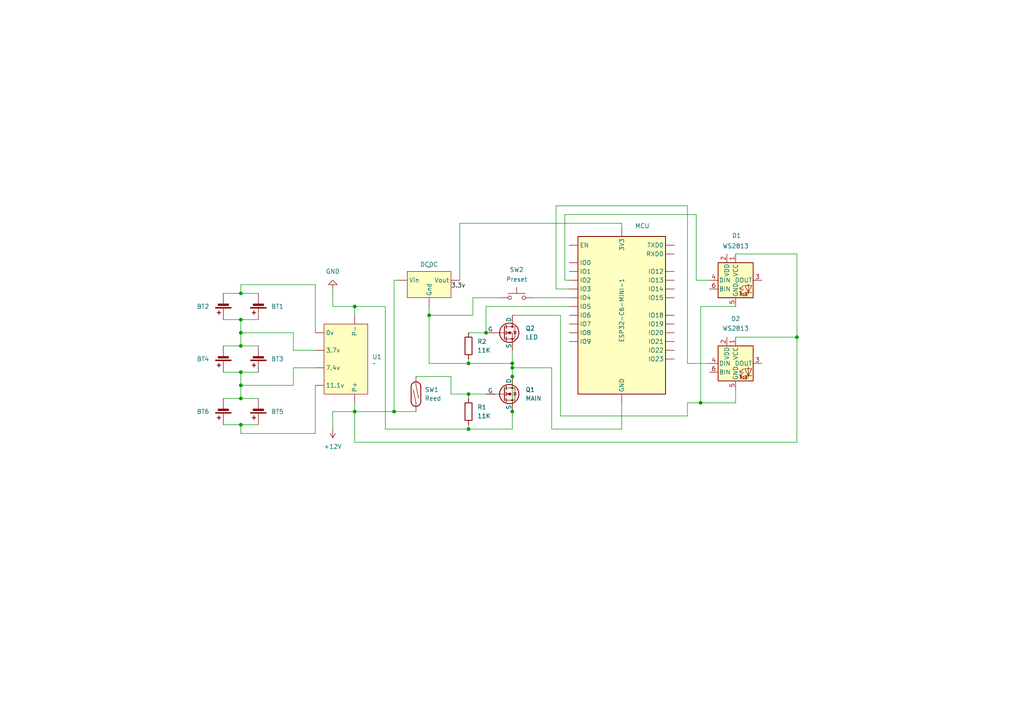
<source format=kicad_sch>
(kicad_sch (version 20231120) (generator "eeschema") (generator_version "8.0")
  (paper "A4")
  (title_block (title "Lysrør") (rev "1") (company "Orangemakers") (comment 1 "Christian Pedersen"))
  (lib_symbols
    (symbol "AliExpress:Buck_Converter"
      (property "Reference" "U" (at 0 5.08 0))
      (symbol "Buck_Converter_1_1"
        (rectangle (start -6.35 3.81) (end 6.35 -3.81) (fill (type background)))
        (pin power_in line (at 0 -6.35 90) (length 2.54) (name "Gnd") (number ""))
        (pin power_in line (at -8.89 1.27 0) (length 2.54) (name "Vin") (number ""))
        (pin power_out line (at 8.89 1.27 180) (length 2.54) (name "Vout") (number ""))
      )
    )
    (symbol "BMS_Modules:HX-S3-03"
      (property "Reference" "U" (at 0 12.7 0))
      (symbol "HX-S3-03_1_1"
        (rectangle (start -6.35 10.16) (end 6.35 -10.16) (fill (type background)))
        (pin bidirectional line (at 8.89 -7.62 180) (length 2.54) (name "0v") (number ""))
        (pin bidirectional line (at 8.89 7.62 180) (length 2.54) (name "11.1v") (number ""))
        (pin bidirectional line (at 8.89 -2.54 180) (length 2.54) (name "3.7v") (number ""))
        (pin bidirectional line (at 8.89 2.54 180) (length 2.54) (name "7.4v") (number ""))
        (pin bidirectional line (at -2.54 12.7 270) (length 2.54) (name "P+") (number ""))
        (pin bidirectional line (at -2.54 -12.7 90) (length 2.54) (name "P-") (number ""))
      )
    )
    (symbol "Device:Battery_Cell" (pin_numbers hide) (pin_names (offset 0) hide)
      (property "Reference" "BT" (at 2.54 2.54 0))
      (property "Value" "Battery_Cell" (at 2.54 0 0))
      (symbol "Battery_Cell_0_1"
        (rectangle (start -2.286 1.778) (end 2.286 1.524) (fill (type outline)))
        (rectangle (start -1.524 1.016) (end 1.524 0.508) (fill (type outline)))
        (polyline (pts (xy 0 0.762) (xy 0 0)))
        (polyline (pts (xy 0 1.778) (xy 0 2.54)))
        (polyline (pts (xy 0.762 3.048) (xy 1.778 3.048)) (stroke (width 0.254)))
        (polyline (pts (xy 1.27 3.556) (xy 1.27 2.54)) (stroke (width 0.254)))
      )
      (symbol "Battery_Cell_1_1"
        (pin passive line (at 0 5.08 270) (length 2.54) (name "+") (number "1"))
        (pin passive line (at 0 -2.54 90) (length 2.54) (name "-") (number "2"))
      )
    )
    (symbol "Device:R" (pin_numbers hide) (pin_names (offset 0))
      (property "Reference" "R" (at 2.032 0 90))
      (property "Value" "R" (at 0 0 90))
      (symbol "R_0_1"
        (rectangle (start -1.016 -2.54) (end 1.016 2.54) (stroke (width 0.254)))
      )
      (symbol "R_1_1"
        (pin passive line (at 0 3.81 270) (length 1.27) (name "~") (number "1"))
        (pin passive line (at 0 -3.81 90) (length 1.27) (name "~") (number "2"))
      )
    )
    (symbol "LED:WS2813" (pin_names (offset 0.254))
      (property "Reference" "D" (at 5.08 5.715 0))
      (property "Value" "WS2813" (at 1.27 -5.715 0))
      (symbol "WS2813_0_0"
        (text "RGB" (at 2.286 -4.191 0) (effects (font (size 0.762 0.762))))
      )
      (symbol "WS2813_0_1"
        (polyline (pts (xy 1.27 -3.556) (xy 1.778 -3.556)))
        (polyline (pts (xy 1.27 -2.54) (xy 1.778 -2.54)))
        (polyline (pts (xy 4.699 -3.556) (xy 2.667 -3.556)))
        (polyline (pts (xy 2.286 -2.54) (xy 1.27 -3.556) (xy 1.27 -3.048)))
        (polyline (pts (xy 2.286 -1.524) (xy 1.27 -2.54) (xy 1.27 -2.032)))
        (polyline (pts (xy 3.683 -1.016) (xy 3.683 -3.556) (xy 3.683 -4.064)))
        (polyline (pts (xy 4.699 -1.524) (xy 2.667 -1.524) (xy 3.683 -3.556) (xy 4.699 -1.524)))
        (rectangle (start 5.08 5.08) (end -5.08 -5.08) (stroke (width 0.254)) (fill (type background)))
      )
      (symbol "WS2813_1_1"
        (pin power_in line (at 0 7.62 270) (length 2.54) (name "VCC") (number "1"))
        (pin power_in line (at -2.54 7.62 270) (length 2.54) (name "VDD") (number "2"))
        (pin output line (at 7.62 0 180) (length 2.54) (name "DOUT") (number "3"))
        (pin input line (at -7.62 0 0) (length 2.54) (name "DIN") (number "4"))
        (pin power_in line (at 0 -7.62 90) (length 2.54) (name "GND") (number "5"))
        (pin input line (at -7.62 -2.54 0) (length 2.54) (name "BIN") (number "6"))
      )
    )
    (symbol "RF_Module:ESP32-C6-MINI-1" (pin_numbers hide)
      (property "Reference" "U" (at -11.43 24.13 0))
      (property "Value" "ESP32-C6-MINI-1" (at 12.7 24.13 0))
      (symbol "ESP32-C6-MINI-1_0_1"
        (rectangle (start -12.7 22.86) (end 12.7 -22.86) (stroke (width 0.254)) (fill (type background)))
      )
      (symbol "ESP32-C6-MINI-1_1_1"
        (pin power_in line (at 0 -25.4 90) (length 2.54) (name "GND") (number "1"))
        (pin bidirectional line (at -15.24 2.54 0) (length 2.54) (name "IO5") (number "10"))
        (pin passive line (at 0 -25.4 90) (length 2.54) hide (name "GND") (number "11"))
        (pin bidirectional line (at -15.24 15.24 0) (length 2.54) (name "IO0") (number "12"))
        (pin bidirectional line (at -15.24 12.7 0) (length 2.54) (name "IO1") (number "13"))
        (pin passive line (at 0 -25.4 90) (length 2.54) hide (name "GND") (number "14"))
        (pin bidirectional line (at -15.24 0 0) (length 2.54) (name "IO6") (number "15"))
        (pin bidirectional line (at -15.24 -2.54 0) (length 2.54) (name "IO7") (number "16"))
        (pin bidirectional line (at 15.24 12.7 180) (length 2.54) (name "IO12") (number "17"))
        (pin bidirectional line (at 15.24 10.16 180) (length 2.54) (name "IO13") (number "18"))
        (pin bidirectional line (at 15.24 7.62 180) (length 2.54) (name "IO14") (number "19"))
        (pin passive line (at 0 -25.4 90) (length 2.54) hide (name "GND") (number "2"))
        (pin bidirectional line (at 15.24 5.08 180) (length 2.54) (name "IO15") (number "20"))
        (pin no_connect line (at 12.7 -20.32 180) (length 2.54) hide (name "NC") (number "21"))
        (pin bidirectional line (at -15.24 -5.08 0) (length 2.54) (name "IO8") (number "22"))
        (pin bidirectional line (at -15.24 -7.62 0) (length 2.54) (name "IO9") (number "23"))
        (pin bidirectional line (at 15.24 0 180) (length 2.54) (name "IO18") (number "24"))
        (pin bidirectional line (at 15.24 -2.54 180) (length 2.54) (name "IO19") (number "25"))
        (pin bidirectional line (at 15.24 -5.08 180) (length 2.54) (name "IO20") (number "26"))
        (pin bidirectional line (at 15.24 -7.62 180) (length 2.54) (name "IO21") (number "27"))
        (pin bidirectional line (at 15.24 -10.16 180) (length 2.54) (name "IO22") (number "28"))
        (pin bidirectional line (at 15.24 -12.7 180) (length 2.54) (name "IO23") (number "29"))
        (pin power_in line (at 0 25.4 270) (length 2.54) (name "3V3") (number "3"))
        (pin bidirectional line (at 15.24 17.78 180) (length 2.54) (name "RXD0") (number "30"))
        (pin bidirectional line (at 15.24 20.32 180) (length 2.54) (name "TXD0") (number "31"))
        (pin no_connect line (at -12.7 -12.7 0) (length 2.54) hide (name "NC") (number "32"))
        (pin no_connect line (at -12.7 -15.24 0) (length 2.54) hide (name "NC") (number "33"))
        (pin no_connect line (at -12.7 -17.78 0) (length 2.54) hide (name "NC") (number "34"))
        (pin no_connect line (at -12.7 -20.32 0) (length 2.54) hide (name "NC") (number "35"))
        (pin passive line (at 0 -25.4 90) (length 2.54) hide (name "GND") (number "36"))
        (pin passive line (at 0 -25.4 90) (length 2.54) hide (name "GND") (number "37"))
        (pin passive line (at 0 -25.4 90) (length 2.54) hide (name "GND") (number "38"))
        (pin passive line (at 0 -25.4 90) (length 2.54) hide (name "GND") (number "39"))
        (pin no_connect line (at 12.7 -15.24 180) (length 2.54) hide (name "NC") (number "4"))
        (pin passive line (at 0 -25.4 90) (length 2.54) hide (name "GND") (number "40"))
        (pin passive line (at 0 -25.4 90) (length 2.54) hide (name "GND") (number "41"))
        (pin passive line (at 0 -25.4 90) (length 2.54) hide (name "GND") (number "42"))
        (pin passive line (at 0 -25.4 90) (length 2.54) hide (name "GND") (number "43"))
        (pin passive line (at 0 -25.4 90) (length 2.54) hide (name "GND") (number "44"))
        (pin passive line (at 0 -25.4 90) (length 2.54) hide (name "GND") (number "45"))
        (pin passive line (at 0 -25.4 90) (length 2.54) hide (name "GND") (number "46"))
        (pin passive line (at 0 -25.4 90) (length 2.54) hide (name "GND") (number "47"))
        (pin passive line (at 0 -25.4 90) (length 2.54) hide (name "GND") (number "48"))
        (pin passive line (at 0 -25.4 90) (length 2.54) hide (name "GND") (number "49"))
        (pin bidirectional line (at -15.24 10.16 0) (length 2.54) (name "IO2") (number "5"))
        (pin passive line (at 0 -25.4 90) (length 2.54) hide (name "GND") (number "50"))
        (pin passive line (at 0 -25.4 90) (length 2.54) hide (name "GND") (number "51"))
        (pin passive line (at 0 -25.4 90) (length 2.54) hide (name "GND") (number "52"))
        (pin passive line (at 0 -25.4 90) (length 2.54) hide (name "GND") (number "53"))
        (pin bidirectional line (at -15.24 7.62 0) (length 2.54) (name "IO3") (number "6"))
        (pin no_connect line (at 12.7 -17.78 180) (length 2.54) hide (name "NC") (number "7"))
        (pin input line (at -15.24 20.32 0) (length 2.54) (name "EN") (number "8"))
        (pin bidirectional line (at -15.24 5.08 0) (length 2.54) (name "IO4") (number "9"))
      )
    )
    (symbol "Simulation_SPICE:NMOS" (pin_numbers hide) (pin_names (offset 0))
      (property "Reference" "Q" (at 5.08 1.27 0))
      (property "Value" "NMOS" (at 5.08 -1.27 0))
      (symbol "NMOS_0_1"
        (polyline (pts (xy 0.254 0) (xy -2.54 0)))
        (polyline (pts (xy 0.254 1.905) (xy 0.254 -1.905)) (stroke (width 0.254)))
        (polyline (pts (xy 0.762 -1.27) (xy 0.762 -2.286)) (stroke (width 0.254)))
        (polyline (pts (xy 0.762 0.508) (xy 0.762 -0.508)) (stroke (width 0.254)))
        (polyline (pts (xy 0.762 2.286) (xy 0.762 1.27)) (stroke (width 0.254)))
        (polyline (pts (xy 2.54 2.54) (xy 2.54 1.778)))
        (polyline (pts (xy 2.54 -2.54) (xy 2.54 0) (xy 0.762 0)))
        (polyline (pts (xy 0.762 -1.778) (xy 3.302 -1.778) (xy 3.302 1.778) (xy 0.762 1.778)))
        (polyline (pts (xy 1.016 0) (xy 2.032 0.381) (xy 2.032 -0.381) (xy 1.016 0)) (fill (type outline)))
        (polyline (pts (xy 2.794 0.508) (xy 2.921 0.381) (xy 3.683 0.381) (xy 3.81 0.254)))
        (polyline (pts (xy 3.302 0.381) (xy 2.921 -0.254) (xy 3.683 -0.254) (xy 3.302 0.381)))
        (circle (center 1.651 0) (radius 2.794) (stroke (width 0.254)))
        (circle (center 2.54 -1.778) (radius 0.254) (fill (type outline)))
        (circle (center 2.54 1.778) (radius 0.254) (fill (type outline)))
      )
      (symbol "NMOS_1_1"
        (pin passive line (at 2.54 5.08 270) (length 2.54) (name "D") (number "1"))
        (pin input line (at -5.08 0 0) (length 2.54) (name "G") (number "2"))
        (pin passive line (at 2.54 -5.08 90) (length 2.54) (name "S") (number "3"))
      )
    )
    (symbol "Switch:SW_Push" (pin_numbers hide) (pin_names (offset 1.016) hide)
      (property "Reference" "SW" (at 1.27 2.54 0))
      (property "Value" "SW_Push" (at 0 -1.524 0))
      (symbol "SW_Push_0_1"
        (circle (center -2.032 0) (radius 0.508))
        (polyline (pts (xy 0 1.27) (xy 0 3.048)))
        (polyline (pts (xy 2.54 1.27) (xy -2.54 1.27)))
        (circle (center 2.032 0) (radius 0.508))
        (pin passive line (at -5.08 0 0) (length 2.54) (name "1") (number "1"))
        (pin passive line (at 5.08 0 180) (length 2.54) (name "2") (number "2"))
      )
    )
    (symbol "Switch:SW_Reed" (pin_numbers hide) (pin_names (offset 0) hide)
      (property "Reference" "SW" (at 0 2.54 0))
      (property "Value" "SW_Reed" (at 0 -2.54 0))
      (symbol "SW_Reed_0_0"
        (arc (start -2.159 1.397) (mid -3.55 0) (end -2.159 -1.397) (stroke (width 0.254)))
        (polyline (pts (xy -2.54 0) (xy 1.27 0.762)))
        (polyline (pts (xy -2.159 -1.397) (xy 2.286 -1.397)) (stroke (width 0.254)))
        (polyline (pts (xy 2.159 1.397) (xy -2.159 1.397)) (stroke (width 0.254)))
        (polyline (pts (xy 2.54 0) (xy -1.27 -0.762)))
        (arc (start 2.159 -1.397) (mid 3.55 0) (end 2.159 1.397) (stroke (width 0.254)))
      )
      (symbol "SW_Reed_1_1"
        (pin passive line (at -5.08 0 0) (length 2.54) (name "1") (number "1"))
        (pin passive line (at 5.08 0 180) (length 2.54) (name "2") (number "2"))
      )
    )
    (symbol "power:+12V" (power) (pin_numbers hide) (pin_names (offset 0) hide)
      (property "Value" "+12V" (at 0 3.556 0))
      (symbol "+12V_0_1"
        (polyline (pts (xy -0.762 1.27) (xy 0 2.54)))
        (polyline (pts (xy 0 0) (xy 0 2.54)))
        (polyline (pts (xy 0 2.54) (xy 0.762 1.27)))
      )
      (symbol "+12V_1_1"
        (pin power_in line (at 0 0 90) (length 0) (name "~") (number "1"))
      )
    )
    (symbol "power:GND" (power) (pin_numbers hide) (pin_names (offset 0) hide)
      (property "Value" "GND" (at 0 -3.81 0))
      (symbol "GND_0_1"
        (polyline (pts (xy 0 0) (xy 0 -1.27) (xy 1.27 -1.27) (xy 0 -2.54) (xy -1.27 -1.27) (xy 0 -1.27)))
      )
      (symbol "GND_1_1"
        (pin power_in line (at 0 0 270) (length 0) (name "~") (number "1"))
      )
    )
  )
  (junction (at 148.59 106.68))
  (junction (at 148.59 119.38))
  (junction (at 135.89 114.3))
  (junction (at 231.14 97.79))
  (junction (at 203.2 116.84))
  (junction (at 124.46 91.44))
  (junction (at 69.85 107.95))
  (junction (at 69.85 96.52))
  (junction (at 102.87 88.9))
  (junction (at 69.85 123.19))
  (junction (at 140.97 96.52))
  (junction (at 69.85 111.76))
  (junction (at 69.85 85.09))
  (junction (at 69.85 100.33))
  (junction (at 148.59 109.22))
  (junction (at 135.89 124.46))
  (junction (at 148.59 105.41))
  (junction (at 102.87 119.38))
  (junction (at 135.89 105.41))
  (junction (at 114.3 119.38))
  (junction (at 69.85 115.57))
  (junction (at 69.85 92.71))
  (wire (pts (xy 102.87 128.27) (xy 231.14 128.27)))
  (wire (pts (xy 165.1 81.28) (xy 163.83 81.28)))
  (wire (pts (xy 148.59 91.44) (xy 162.56 91.44)))
  (wire (pts (xy 135.89 105.41) (xy 148.59 105.41)))
  (wire (pts (xy 163.83 81.28) (xy 163.83 62.23)))
  (wire (pts (xy 69.85 92.71) (xy 69.85 96.52)))
  (wire (pts (xy 199.39 59.69) (xy 199.39 105.41)))
  (wire (pts (xy 160.02 124.46) (xy 160.02 106.68)))
  (wire (pts (xy 91.44 111.76) (xy 91.44 125.73)))
  (wire (pts (xy 74.93 115.57) (xy 69.85 115.57)))
  (wire (pts (xy 120.65 109.22) (xy 130.81 109.22)))
  (wire (pts (xy 69.85 96.52) (xy 69.85 100.33)))
  (wire (pts (xy 69.85 123.19) (xy 64.77 123.19)))
  (wire (pts (xy 201.93 81.28) (xy 205.74 81.28)))
  (wire (pts (xy 69.85 107.95) (xy 64.77 107.95)))
  (wire (pts (xy 69.85 100.33) (xy 64.77 100.33)))
  (wire (pts (xy 85.09 111.76) (xy 85.09 106.68)))
  (wire (pts (xy 102.87 119.38) (xy 114.3 119.38)))
  (wire (pts (xy 135.89 114.3) (xy 140.97 114.3)))
  (wire (pts (xy 140.97 88.9) (xy 165.1 88.9)))
  (wire (pts (xy 213.36 73.66) (xy 231.14 73.66)))
  (wire (pts (xy 140.97 88.9) (xy 140.97 96.52)))
  (wire (pts (xy 231.14 73.66) (xy 231.14 97.79)))
  (wire (pts (xy 111.76 88.9) (xy 102.87 88.9)))
  (wire (pts (xy 199.39 105.41) (xy 205.74 105.41)))
  (wire (pts (xy 74.93 107.95) (xy 69.85 107.95)))
  (wire (pts (xy 148.59 119.38) (xy 148.59 109.22)))
  (wire (pts (xy 148.59 101.6) (xy 148.59 105.41)))
  (wire (pts (xy 69.85 85.09) (xy 64.77 85.09)))
  (wire (pts (xy 180.34 124.46) (xy 160.02 124.46)))
  (wire (pts (xy 199.39 116.84) (xy 199.39 120.65)))
  (wire (pts (xy 69.85 107.95) (xy 69.85 111.76)))
  (wire (pts (xy 115.57 81.28) (xy 114.3 81.28)))
  (wire (pts (xy 69.85 92.71) (xy 64.77 92.71)))
  (wire (pts (xy 124.46 91.44) (xy 124.46 105.41)))
  (wire (pts (xy 69.85 115.57) (xy 64.77 115.57)))
  (wire (pts (xy 213.36 116.84) (xy 213.36 113.03)))
  (wire (pts (xy 203.2 88.9) (xy 203.2 116.84)))
  (wire (pts (xy 148.59 106.68) (xy 148.59 109.22)))
  (wire (pts (xy 135.89 104.14) (xy 135.89 105.41)))
  (wire (pts (xy 85.09 106.68) (xy 91.44 106.68)))
  (wire (pts (xy 162.56 91.44) (xy 162.56 120.65)))
  (wire (pts (xy 144.78 86.36) (xy 137.16 86.36)))
  (wire (pts (xy 96.52 124.46) (xy 96.52 119.38)))
  (wire (pts (xy 102.87 88.9) (xy 96.52 88.9)))
  (wire (pts (xy 102.87 116.84) (xy 102.87 119.38)))
  (wire (pts (xy 130.81 114.3) (xy 135.89 114.3)))
  (wire (pts (xy 137.16 91.44) (xy 124.46 91.44)))
  (wire (pts (xy 74.93 92.71) (xy 69.85 92.71)))
  (wire (pts (xy 114.3 119.38) (xy 120.65 119.38)))
  (wire (pts (xy 160.02 106.68) (xy 148.59 106.68)))
  (wire (pts (xy 213.36 116.84) (xy 203.2 116.84)))
  (wire (pts (xy 91.44 82.55) (xy 69.85 82.55)))
  (wire (pts (xy 203.2 88.9) (xy 213.36 88.9)))
  (wire (pts (xy 85.09 101.6) (xy 91.44 101.6)))
  (wire (pts (xy 91.44 125.73) (xy 69.85 125.73)))
  (wire (pts (xy 102.87 88.9) (xy 102.87 91.44)))
  (wire (pts (xy 124.46 105.41) (xy 135.89 105.41)))
  (wire (pts (xy 69.85 111.76) (xy 85.09 111.76)))
  (wire (pts (xy 74.93 123.19) (xy 69.85 123.19)))
  (wire (pts (xy 180.34 64.77) (xy 180.34 66.04)))
  (wire (pts (xy 130.81 114.3) (xy 130.81 109.22)))
  (wire (pts (xy 74.93 100.33) (xy 69.85 100.33)))
  (wire (pts (xy 135.89 114.3) (xy 135.89 115.57)))
  (wire (pts (xy 74.93 85.09) (xy 69.85 85.09)))
  (wire (pts (xy 111.76 124.46) (xy 135.89 124.46)))
  (wire (pts (xy 203.2 116.84) (xy 199.39 116.84)))
  (wire (pts (xy 124.46 88.9) (xy 124.46 91.44)))
  (wire (pts (xy 135.89 123.19) (xy 135.89 124.46)))
  (wire (pts (xy 102.87 119.38) (xy 102.87 128.27)))
  (wire (pts (xy 69.85 96.52) (xy 85.09 96.52)))
  (wire (pts (xy 96.52 119.38) (xy 102.87 119.38)))
  (wire (pts (xy 114.3 81.28) (xy 114.3 119.38)))
  (wire (pts (xy 199.39 120.65) (xy 162.56 120.65)))
  (wire (pts (xy 96.52 88.9) (xy 96.52 83.82)))
  (wire (pts (xy 111.76 124.46) (xy 111.76 88.9)))
  (wire (pts (xy 161.29 83.82) (xy 161.29 59.69)))
  (wire (pts (xy 69.85 123.19) (xy 69.85 125.73)))
  (wire (pts (xy 165.1 83.82) (xy 161.29 83.82)))
  (wire (pts (xy 201.93 62.23) (xy 201.93 81.28)))
  (wire (pts (xy 154.94 86.36) (xy 165.1 86.36)))
  (wire (pts (xy 148.59 106.68) (xy 148.59 105.41)))
  (wire (pts (xy 133.35 81.28) (xy 133.35 64.77)))
  (wire (pts (xy 135.89 124.46) (xy 148.59 124.46)))
  (wire (pts (xy 231.14 97.79) (xy 231.14 128.27)))
  (wire (pts (xy 133.35 64.77) (xy 180.34 64.77)))
  (wire (pts (xy 180.34 124.46) (xy 180.34 116.84)))
  (wire (pts (xy 137.16 86.36) (xy 137.16 91.44)))
  (wire (pts (xy 163.83 62.23) (xy 201.93 62.23)))
  (wire (pts (xy 69.85 82.55) (xy 69.85 85.09)))
  (wire (pts (xy 148.59 119.38) (xy 148.59 124.46)))
  (wire (pts (xy 91.44 96.52) (xy 91.44 82.55)))
  (wire (pts (xy 161.29 59.69) (xy 199.39 59.69)))
  (wire (pts (xy 213.36 97.79) (xy 231.14 97.79)))
  (wire (pts (xy 135.89 96.52) (xy 140.97 96.52)))
  (wire (pts (xy 85.09 96.52) (xy 85.09 101.6)))
  (wire (pts (xy 69.85 111.76) (xy 69.85 115.57)))
  (label "3.3v" (at 130.81 83.82 0))
  (symbol (lib_id "AliExpress:Buck_Converter") (at 124.46 82.55 0) (unit 1)
    (property "Reference" "DCDC" (at 124.46 76.708 0))
    (property "Value" "~" (at 124.46 77.47 0))
  )
  (symbol (lib_id "BMS_Modules:HX-S3-03") (at 100.33 104.14 180) (unit 1)
    (property "Reference" "U1" (at 107.95 103.5049 0) (effects (justify right)))
    (property "Value" "~" (at 107.95 105.41 0) (effects (justify right)))
  )
  (symbol (lib_id "power:GND") (at 96.52 83.82 180) (unit 1)
    (property "Reference" "#PWR04" (effects (hide yes)))
    (property "Value" "GND" (at 96.52 78.74 0))
    (property "Description" "Power symbol creates a global label with name \"GND\" , ground" (effects (hide yes)))
  )
  (symbol (lib_id "power:+12V") (at 96.52 124.46 180) (unit 1)
    (property "Reference" "#PWR01" (effects (hide yes)))
    (property "Value" "+12V" (at 96.52 129.54 0))
    (property "Description" "Power symbol creates a global label with name \"+12V\"" (effects (hide yes)))
  )
  (symbol (lib_id "Simulation_SPICE:NMOS") (at 146.05 96.52 0) (unit 1)
    (property "Reference" "Q2" (at 152.4 95.2499 0) (effects (justify left)))
    (property "Value" "LED" (at 152.4 97.7899 0) (effects (justify left)))
    (property "Datasheet" "https://ngspice.sourceforge.io/docs/ngspice-html-manual/manual.xhtml#cha_MOSFETs" (effects (hide yes)))
    (property "Description" "N-MOSFET transistor, drain/source/gate" (effects (hide yes)))
    (property "Sim.Device" "NMOS" (effects (hide yes)))
    (property "Sim.Type" "VDMOS" (effects (hide yes)))
    (property "Sim.Pins" "1=D 2=G 3=S" (effects (hide yes)))
  )
  (symbol (lib_id "Device:R") (at 135.89 119.38 0) (unit 1)
    (property "Reference" "R1" (at 138.43 118.1099 0) (effects (justify left)))
    (property "Value" "11K" (at 138.43 120.6499 0) (effects (justify left)))
    (property "Description" "Resistor" (effects (hide yes)))
  )
  (symbol (lib_id "Switch:SW_Push") (at 149.86 86.36 0) (unit 1)
    (property "Reference" "SW2" (at 149.86 78.232 0))
    (property "Value" "Preset" (at 149.86 81.026 0))
    (property "Description" "Push button switch, generic, two pins" (effects (hide yes)))
  )
  (symbol (lib_id "RF_Module:ESP32-C6-MINI-1") (at 180.34 91.44 0) (unit 1)
    (property "Reference" "MCU" (at 184.15 65.532 0) (effects (justify left)))
    (property "Value" "ESP32-C6-MINI-1" (at 180.34 99.314 90) (effects (justify left)))
    (property "Footprint" "RF_Module:ESP32-C6-MINI-1" (effects (hide yes)))
    (property "Datasheet" "https://www.espressif.com/sites/default/files/documentation/esp32-c6-mini-1_mini-1u_datasheet_en.pdf" (effects (hide yes)))
    (property "Description" "RF Module, ESP32-C6 SoC, Wi-Fi 802.11b/g/n/ax, Bluetooth, BLE, Zigbee, Thread, 32-bit, 3.3V, SMD, onboard antenna" (effects (hide yes)))
  )
  (symbol (lib_id "LED:WS2813") (at 213.36 105.41 0) (unit 1)
    (property "Reference" "D2" (at 213.36 92.456 0))
    (property "Value" "WS2813" (at 213.36 95.25 0))
    (property "Footprint" "LED_SMD:LED_WS2812_PLCC6_5.0x5.0mm_P1.6mm" (effects (hide yes)))
    (property "Datasheet" "http://www.normandled.com/upload/201605/WS2813%20LED%20Datasheet.pdf" (effects (hide yes)))
    (property "Description" "RGB LED with integrated controller" (effects (hide yes)))
  )
  (symbol (lib_id "Device:Battery_Cell") (at 64.77 118.11 180) (unit 1)
    (property "Reference" "BT6" (at 60.706 119.38 0) (effects (justify left)))
    (property "Value" "Battery_Cell" (effects (hide yes)))
    (property "Description" "Single-cell battery" (effects (hide yes)))
  )
  (symbol (lib_id "Device:Battery_Cell") (at 64.77 87.63 180) (unit 1)
    (property "Reference" "BT2" (at 60.706 88.9 0) (effects (justify left)))
    (property "Value" "Battery_Cell" (effects (hide yes)))
    (property "Description" "Single-cell battery" (effects (hide yes)))
  )
  (symbol (lib_id "Device:Battery_Cell") (at 74.93 102.87 180) (unit 1)
    (property "Reference" "BT3" (at 82.296 104.14 0) (effects (justify left)))
    (property "Value" "Battery_Cell" (effects (hide yes)))
    (property "Description" "Single-cell battery" (effects (hide yes)))
  )
  (symbol (lib_id "LED:WS2813") (at 213.36 81.28 0) (unit 1)
    (property "Reference" "D1" (at 213.614 68.326 0))
    (property "Value" "WS2813" (at 213.36 71.374 0))
    (property "Footprint" "LED_SMD:LED_WS2812_PLCC6_5.0x5.0mm_P1.6mm" (effects (hide yes)))
    (property "Datasheet" "http://www.normandled.com/upload/201605/WS2813%20LED%20Datasheet.pdf" (effects (hide yes)))
    (property "Description" "RGB LED with integrated controller" (effects (hide yes)))
  )
  (symbol (lib_id "Device:Battery_Cell") (at 74.93 118.11 180) (unit 1)
    (property "Reference" "BT5" (at 82.296 119.38 0) (effects (justify left)))
    (property "Value" "Battery_Cell" (effects (hide yes)))
    (property "Description" "Single-cell battery" (effects (hide yes)))
  )
  (symbol (lib_id "Device:Battery_Cell") (at 74.93 87.63 180) (unit 1)
    (property "Reference" "BT1" (at 82.296 88.9 0) (effects (justify left)))
    (property "Value" "Battery_Cell" (effects (hide yes)))
    (property "Description" "Single-cell battery" (effects (hide yes)))
  )
  (symbol (lib_id "Device:R") (at 135.89 100.33 0) (unit 1)
    (property "Reference" "R2" (at 138.43 99.0599 0) (effects (justify left)))
    (property "Value" "11K" (at 138.43 101.5999 0) (effects (justify left)))
    (property "Description" "Resistor" (effects (hide yes)))
  )
  (symbol (lib_id "Simulation_SPICE:NMOS") (at 146.05 114.3 0) (unit 1)
    (property "Reference" "Q1" (at 152.4 113.0299 0) (effects (justify left)))
    (property "Value" "MAIN" (at 152.4 115.5699 0) (effects (justify left)))
    (property "Datasheet" "https://ngspice.sourceforge.io/docs/ngspice-html-manual/manual.xhtml#cha_MOSFETs" (effects (hide yes)))
    (property "Description" "N-MOSFET transistor, drain/source/gate" (effects (hide yes)))
    (property "Sim.Device" "NMOS" (effects (hide yes)))
    (property "Sim.Type" "VDMOS" (effects (hide yes)))
    (property "Sim.Pins" "1=D 2=G 3=S" (effects (hide yes)))
  )
  (symbol (lib_id "Device:Battery_Cell") (at 64.77 102.87 180) (unit 1)
    (property "Reference" "BT4" (at 60.706 104.14 0) (effects (justify left)))
    (property "Value" "Battery_Cell" (effects (hide yes)))
    (property "Description" "Single-cell battery" (effects (hide yes)))
  )
  (symbol (lib_id "Switch:SW_Reed") (at 120.65 114.3 90) (unit 1)
    (property "Reference" "SW1" (at 123.19 113.0299 90) (effects (justify right)))
    (property "Value" "Reed" (at 123.19 115.5699 90) (effects (justify right)))
    (property "Description" "reed switch" (effects (hide yes)))
  )
)
</source>
